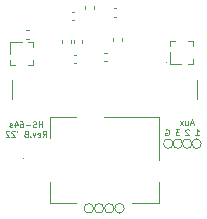
<source format=gbo>
%TF.GenerationSoftware,KiCad,Pcbnew,(6.0.0)*%
%TF.CreationDate,2022-12-06T17:03:37-05:00*%
%TF.ProjectId,headstage-64s,68656164-7374-4616-9765-2d3634732e6b,B*%
%TF.SameCoordinates,Original*%
%TF.FileFunction,Legend,Bot*%
%TF.FilePolarity,Positive*%
%FSLAX46Y46*%
G04 Gerber Fmt 4.6, Leading zero omitted, Abs format (unit mm)*
G04 Created by KiCad (PCBNEW (6.0.0)) date 2022-12-06 17:03:37*
%MOMM*%
%LPD*%
G01*
G04 APERTURE LIST*
%ADD10C,0.125000*%
%ADD11C,0.120000*%
%ADD12C,0.100000*%
G04 APERTURE END LIST*
D10*
X131017619Y-64873333D02*
X130779523Y-64873333D01*
X131065238Y-65016190D02*
X130898571Y-64516190D01*
X130731904Y-65016190D01*
X130350952Y-64682857D02*
X130350952Y-65016190D01*
X130565238Y-64682857D02*
X130565238Y-64944761D01*
X130541428Y-64992380D01*
X130493809Y-65016190D01*
X130422380Y-65016190D01*
X130374761Y-64992380D01*
X130350952Y-64968571D01*
X130160476Y-65016190D02*
X129898571Y-64682857D01*
X130160476Y-64682857D02*
X129898571Y-65016190D01*
X131187142Y-65886190D02*
X131472857Y-65886190D01*
X131330000Y-65886190D02*
X131330000Y-65386190D01*
X131377619Y-65457619D01*
X131425238Y-65505238D01*
X131472857Y-65529047D01*
X130640158Y-65433809D02*
X130616348Y-65410000D01*
X130568729Y-65386190D01*
X130449681Y-65386190D01*
X130402062Y-65410000D01*
X130378253Y-65433809D01*
X130354443Y-65481428D01*
X130354443Y-65529047D01*
X130378253Y-65600476D01*
X130663967Y-65886190D01*
X130354443Y-65886190D01*
X129831269Y-65386190D02*
X129521745Y-65386190D01*
X129688412Y-65576666D01*
X129616983Y-65576666D01*
X129569364Y-65600476D01*
X129545555Y-65624285D01*
X129521745Y-65671904D01*
X129521745Y-65790952D01*
X129545555Y-65838571D01*
X129569364Y-65862380D01*
X129616983Y-65886190D01*
X129759841Y-65886190D01*
X129807460Y-65862380D01*
X129831269Y-65838571D01*
X128689047Y-65410000D02*
X128736666Y-65386190D01*
X128808095Y-65386190D01*
X128879523Y-65410000D01*
X128927142Y-65457619D01*
X128950952Y-65505238D01*
X128974761Y-65600476D01*
X128974761Y-65671904D01*
X128950952Y-65767142D01*
X128927142Y-65814761D01*
X128879523Y-65862380D01*
X128808095Y-65886190D01*
X128760476Y-65886190D01*
X128689047Y-65862380D01*
X128665238Y-65838571D01*
X128665238Y-65671904D01*
X128760476Y-65671904D01*
X118219047Y-65213690D02*
X118219047Y-64713690D01*
X118219047Y-64951785D02*
X117933333Y-64951785D01*
X117933333Y-65213690D02*
X117933333Y-64713690D01*
X117719047Y-65189880D02*
X117647619Y-65213690D01*
X117528571Y-65213690D01*
X117480952Y-65189880D01*
X117457142Y-65166071D01*
X117433333Y-65118452D01*
X117433333Y-65070833D01*
X117457142Y-65023214D01*
X117480952Y-64999404D01*
X117528571Y-64975595D01*
X117623809Y-64951785D01*
X117671428Y-64927976D01*
X117695238Y-64904166D01*
X117719047Y-64856547D01*
X117719047Y-64808928D01*
X117695238Y-64761309D01*
X117671428Y-64737500D01*
X117623809Y-64713690D01*
X117504761Y-64713690D01*
X117433333Y-64737500D01*
X117219047Y-65023214D02*
X116838095Y-65023214D01*
X116385714Y-64713690D02*
X116480952Y-64713690D01*
X116528571Y-64737500D01*
X116552380Y-64761309D01*
X116600000Y-64832738D01*
X116623809Y-64927976D01*
X116623809Y-65118452D01*
X116600000Y-65166071D01*
X116576190Y-65189880D01*
X116528571Y-65213690D01*
X116433333Y-65213690D01*
X116385714Y-65189880D01*
X116361904Y-65166071D01*
X116338095Y-65118452D01*
X116338095Y-64999404D01*
X116361904Y-64951785D01*
X116385714Y-64927976D01*
X116433333Y-64904166D01*
X116528571Y-64904166D01*
X116576190Y-64927976D01*
X116600000Y-64951785D01*
X116623809Y-64999404D01*
X115909523Y-64880357D02*
X115909523Y-65213690D01*
X116028571Y-64689880D02*
X116147619Y-65047023D01*
X115838095Y-65047023D01*
X115671428Y-65189880D02*
X115623809Y-65213690D01*
X115528571Y-65213690D01*
X115480952Y-65189880D01*
X115457142Y-65142261D01*
X115457142Y-65118452D01*
X115480952Y-65070833D01*
X115528571Y-65047023D01*
X115600000Y-65047023D01*
X115647619Y-65023214D01*
X115671428Y-64975595D01*
X115671428Y-64951785D01*
X115647619Y-64904166D01*
X115600000Y-64880357D01*
X115528571Y-64880357D01*
X115480952Y-64904166D01*
X118254761Y-66018690D02*
X118421428Y-65780595D01*
X118540476Y-66018690D02*
X118540476Y-65518690D01*
X118350000Y-65518690D01*
X118302380Y-65542500D01*
X118278571Y-65566309D01*
X118254761Y-65613928D01*
X118254761Y-65685357D01*
X118278571Y-65732976D01*
X118302380Y-65756785D01*
X118350000Y-65780595D01*
X118540476Y-65780595D01*
X117850000Y-65994880D02*
X117897619Y-66018690D01*
X117992857Y-66018690D01*
X118040476Y-65994880D01*
X118064285Y-65947261D01*
X118064285Y-65756785D01*
X118040476Y-65709166D01*
X117992857Y-65685357D01*
X117897619Y-65685357D01*
X117850000Y-65709166D01*
X117826190Y-65756785D01*
X117826190Y-65804404D01*
X118064285Y-65852023D01*
X117659523Y-65685357D02*
X117540476Y-66018690D01*
X117421428Y-65685357D01*
X117230952Y-65971071D02*
X117207142Y-65994880D01*
X117230952Y-66018690D01*
X117254761Y-65994880D01*
X117230952Y-65971071D01*
X117230952Y-66018690D01*
X116826190Y-65756785D02*
X116754761Y-65780595D01*
X116730952Y-65804404D01*
X116707142Y-65852023D01*
X116707142Y-65923452D01*
X116730952Y-65971071D01*
X116754761Y-65994880D01*
X116802380Y-66018690D01*
X116992857Y-66018690D01*
X116992857Y-65518690D01*
X116826190Y-65518690D01*
X116778571Y-65542500D01*
X116754761Y-65566309D01*
X116730952Y-65613928D01*
X116730952Y-65661547D01*
X116754761Y-65709166D01*
X116778571Y-65732976D01*
X116826190Y-65756785D01*
X116992857Y-65756785D01*
X116088095Y-65518690D02*
X116135714Y-65613928D01*
X115897619Y-65566309D02*
X115873809Y-65542500D01*
X115826190Y-65518690D01*
X115707142Y-65518690D01*
X115659523Y-65542500D01*
X115635714Y-65566309D01*
X115611904Y-65613928D01*
X115611904Y-65661547D01*
X115635714Y-65732976D01*
X115921428Y-66018690D01*
X115611904Y-66018690D01*
X115421428Y-65566309D02*
X115397619Y-65542500D01*
X115350000Y-65518690D01*
X115230952Y-65518690D01*
X115183333Y-65542500D01*
X115159523Y-65566309D01*
X115135714Y-65613928D01*
X115135714Y-65661547D01*
X115159523Y-65732976D01*
X115445238Y-66018690D01*
X115135714Y-66018690D01*
D11*
X129300000Y-66600000D02*
G75*
G03*
X129300000Y-66600000I-400000J0D01*
G01*
X130100000Y-66600000D02*
G75*
G03*
X130100000Y-66600000I-400000J0D01*
G01*
X131700000Y-66600000D02*
G75*
G03*
X131700000Y-66600000I-400000J0D01*
G01*
X130900000Y-66600000D02*
G75*
G03*
X130900000Y-66600000I-400000J0D01*
G01*
%TO.C,TP3*%
X124308332Y-72075000D02*
G75*
G03*
X124308332Y-72075000I-400000J0D01*
G01*
%TO.C,C52*%
X122585000Y-55157836D02*
X122585000Y-54942164D01*
X121865000Y-55157836D02*
X121865000Y-54942164D01*
%TO.C,C54*%
X121107836Y-59050000D02*
X120892164Y-59050000D01*
X121107836Y-59770000D02*
X120892164Y-59770000D01*
%TO.C,U2*%
X115530000Y-58100000D02*
X115530000Y-59000000D01*
X115530000Y-59545000D02*
X115530000Y-59970000D01*
X115530000Y-59545000D02*
X115530000Y-59970000D01*
X117470000Y-59545000D02*
X117470000Y-59970000D01*
X116525000Y-58030000D02*
X115530000Y-58030000D01*
X115530000Y-58030000D02*
X115530000Y-58525000D01*
X117470000Y-58455000D02*
X117470000Y-58030000D01*
X115530000Y-59970000D02*
X115955000Y-59970000D01*
X117470000Y-59970000D02*
X117045000Y-59970000D01*
X115530000Y-59545000D02*
X115530000Y-59970000D01*
X115530000Y-59970000D02*
X115955000Y-59970000D01*
X115530000Y-59970000D02*
X115955000Y-59970000D01*
X117470000Y-58030000D02*
X117045000Y-58030000D01*
X115530000Y-58100000D02*
X115530000Y-58525000D01*
%TO.C,U11*%
D12*
X128800000Y-59700000D02*
G75*
G03*
X128800000Y-59700000I-50000J0D01*
G01*
D11*
%TO.C,C55*%
X124272164Y-55860000D02*
X124487836Y-55860000D01*
X124272164Y-55140000D02*
X124487836Y-55140000D01*
%TO.C,C23*%
X116892164Y-57710000D02*
X117107836Y-57710000D01*
X116892164Y-56990000D02*
X117107836Y-56990000D01*
%TO.C,C57*%
X119940000Y-57842164D02*
X119940000Y-58057836D01*
X120660000Y-57842164D02*
X120660000Y-58057836D01*
%TO.C,TP5*%
X125175000Y-72075000D02*
G75*
G03*
X125175000Y-72075000I-400000J0D01*
G01*
%TO.C,C51*%
X120890000Y-57842164D02*
X120890000Y-58057836D01*
X121610000Y-57842164D02*
X121610000Y-58057836D01*
%TO.C,C56*%
X120957836Y-55440000D02*
X120742164Y-55440000D01*
X120957836Y-56160000D02*
X120742164Y-56160000D01*
%TO.C,U1*%
X118880000Y-64380000D02*
X118880000Y-66130000D01*
X121130000Y-71620000D02*
X118880000Y-71620000D01*
X118880000Y-64380000D02*
X118880000Y-66130000D01*
X121130000Y-64380000D02*
X118880000Y-64380000D01*
X125870000Y-71620000D02*
X128120000Y-71620000D01*
X121130000Y-64380000D02*
X118880000Y-64380000D01*
X121130000Y-64380000D02*
X118880000Y-64380000D01*
X118880000Y-71620000D02*
X118880000Y-69870000D01*
X118880000Y-64380000D02*
X118880000Y-66130000D01*
X128120000Y-64380000D02*
X128120000Y-68000000D01*
X123500000Y-64380000D02*
X128120000Y-64380000D01*
X128120000Y-71620000D02*
X128120000Y-69870000D01*
%TO.C,TP1*%
X123441666Y-72075000D02*
G75*
G03*
X123441666Y-72075000I-400000J0D01*
G01*
%TO.C,U6*%
X130970000Y-59820000D02*
X130970000Y-59395000D01*
X130545000Y-59820000D02*
X130970000Y-59820000D01*
X129030000Y-58825000D02*
X129030000Y-59820000D01*
X129030000Y-59820000D02*
X129525000Y-59820000D01*
X129455000Y-57880000D02*
X129030000Y-57880000D01*
X129100000Y-59820000D02*
X130000000Y-59820000D01*
X129030000Y-57880000D02*
X129030000Y-58305000D01*
X130970000Y-59820000D02*
X130970000Y-59395000D01*
X130545000Y-59820000D02*
X130970000Y-59820000D01*
X130545000Y-59820000D02*
X130970000Y-59820000D01*
X130970000Y-57880000D02*
X130970000Y-58305000D01*
X130970000Y-59820000D02*
X130970000Y-59395000D01*
X130545000Y-57880000D02*
X130970000Y-57880000D01*
X129100000Y-59820000D02*
X129525000Y-59820000D01*
%TO.C,C53*%
X123492164Y-58890000D02*
X123707836Y-58890000D01*
X123492164Y-59610000D02*
X123707836Y-59610000D01*
%TO.C,C50*%
X124950000Y-57652164D02*
X124950000Y-57867836D01*
X124230000Y-57652164D02*
X124230000Y-57867836D01*
%TO.C,U13*%
X116590883Y-67850000D02*
X116590883Y-67850000D01*
D12*
%TO.C,J2*%
X115700000Y-62800000D02*
X115700000Y-61200000D01*
X131300000Y-62800000D02*
X131300000Y-61200000D01*
D11*
%TO.C,TP10*%
X122575000Y-72075000D02*
G75*
G03*
X122575000Y-72075000I-400000J0D01*
G01*
%TD*%
M02*

</source>
